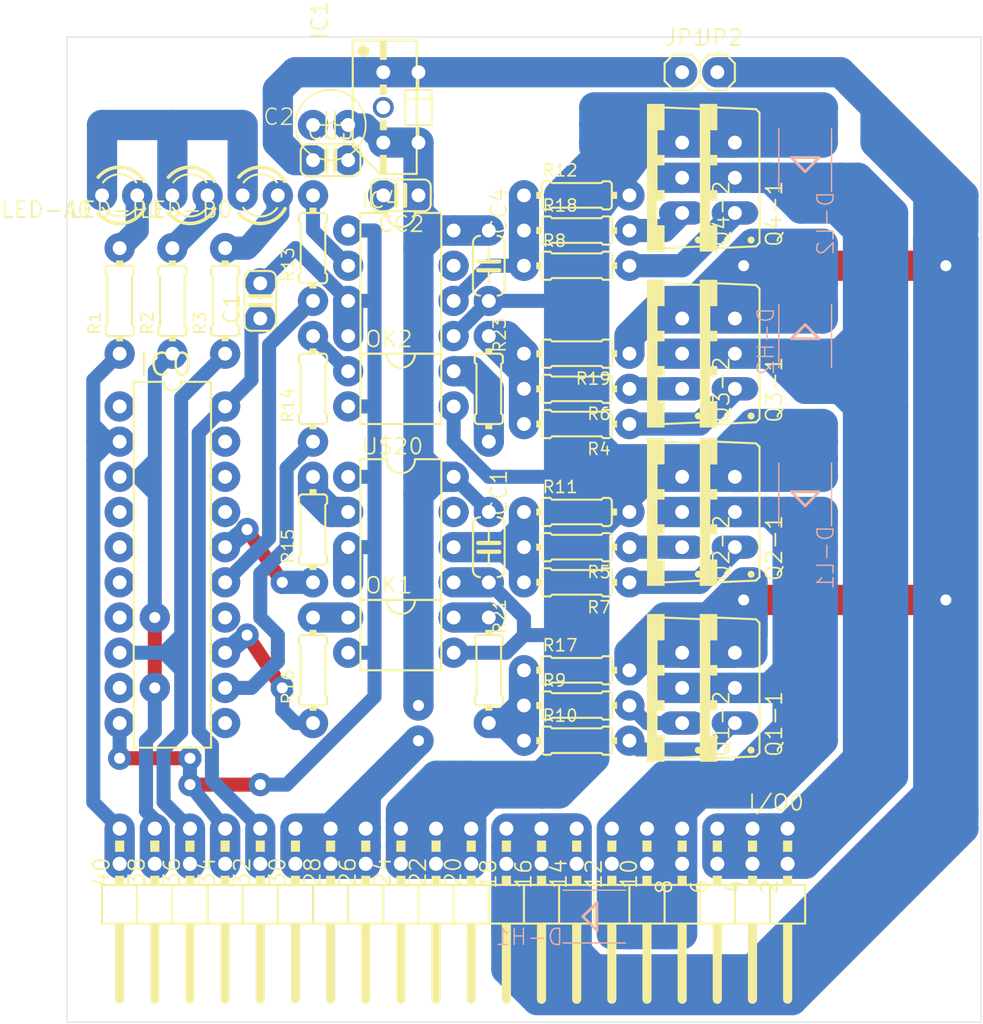
<source format=kicad_pcb>
(kicad_pcb (version 20221018) (generator pcbnew)
  (layers (0 "F.Cu" signal) (1 "In1.Cu" signal) (2 "In2.Cu" signal) (3 "In3.Cu" signal) (4 "In4.Cu" signal) (5 "In5.Cu" signal) (6 "In6.Cu" signal) (7 "In7.Cu" signal) (8 "In8.Cu" signal) (9 "In9.Cu" signal) (10 "In10.Cu" signal) (11 "In11.Cu" signal) (12 "In12.Cu" signal) (13 "In13.Cu" signal) (14 "In14.Cu" signal) (31 "B.Cu" signal) (34 "B.Paste" user) (35 "F.Paste" user) (36 "B.SilkS" user "B.Silkscreen") (37 "F.SilkS" user "F.Silkscreen") (38 "B.Mask" user) (39 "F.Mask" user) (44 "Edge.Cuts" user))
  (net 0 "")
  (net 1 "GND")
  (net 2 "N$7")
  (net 3 "GND12")
  (net 4 "H1")
  (net 5 "H2")
  (net 6 "+5V")
  (net 7 "N$22")
  (net 8 "N$4")
  (net 9 "N$5")
  (net 10 "A-OUT")
  (net 11 "N$14")
  (net 12 "B-OUT")
  (net 13 "L2")
  (net 14 "L1")
  (net 15 "N$10")
  (net 16 "N$11")
  (net 17 "+24V")
  (net 18 "N$1")
  (net 19 "N$8")
  (net 20 "+12V")
  (net 21 "N$3")
  (net 22 "N$16")
  (net 23 "N$17")
  (net 24 "N$20")
  (net 25 "N$23")
  (net 26 "B-SIG")
  (net 27 "P-SIG")
  (net 28 "A-SIG")
  (net 29 "N$13")
  (net 30 "N$12")
  (net 31 "N$30")
  (net 32 "N$18")
  (net 33 "N$26")
  (net 34 "N$2")
  (net 35 "N$6")
  (net 36 "N$9")
  (net 37 "N$15")
  (footprint "md2014_norm_PN_04:R_0.3" (layer "F.Cu") (at 152.3111 115.1636)
    (fp_text reference "R17")
    (fp_text value "2.2k")
  )
  (footprint "md2014_norm_PN_04:TO-220V" (layer "F.Cu") (at 159.9311 116.4336 90)
    (fp_text reference "Q1-2")
    (fp_text value "IRF4905")
  )
  (footprint "md2014_norm_PN_04:R_0.3" (layer "F.Cu") (at 152.3111 92.3036 180)
    (fp_text reference "R19")
    (fp_text value "2.2k")
  )
  (footprint "md2014_norm_PN_04:MLCC_50" (layer "F.Cu") (at 145.9611 85.9536 -90)
    (fp_text reference "CC4")
    (fp_text value "0.1uF")
  )
  (footprint "md2014_norm_PN_04:R_0.3" (layer "F.Cu") (at 152.3111 97.3836 180)
    (fp_text reference "R4")
    (fp_text value "100")
  )
  (footprint "md2014_norm_PN_04:TO-220V" (layer "F.Cu") (at 163.7411 92.3036 90)
    (fp_text reference "Q3-1")
    (fp_text value "P")
  )
  (footprint "md2014_norm_PN_04:DIL20" (layer "F.Cu") (at 123.1011 108.8136)
    (fp_text reference "IC0")
    (fp_text value "ATtiny2313")
  )
  (footprint "md2014_norm_PN_04:R_0.3" (layer "F.Cu") (at 133.2611 84.6836 90)
    (fp_text reference "R13")
    (fp_text value "330")
  )
  (footprint "md2014_norm_PN_04:DIP4" (layer "F.Cu") (at 139.6111 112.6236 -90)
    (fp_text reference "OK1")
    (fp_text value "TLP621")
  )
  (footprint "md2014_norm_PN_04:TO-220V" (layer "F.Cu") (at 159.9311 103.7336 90)
    (fp_text reference "Q2-2")
    (fp_text value "N")
  )
  (footprint "md2014_norm_PN_04:R_0.3" (layer "F.Cu") (at 119.2911 88.4936 90)
    (fp_text reference "R1")
    (fp_text value "510")
  )
  (footprint "md2014_norm_PN_04:MLCC_50" (layer "F.Cu") (at 145.9611 106.2736 -90)
    (fp_text reference "CC1")
    (fp_text value "0.1uF")
  )
  (footprint "md2014_norm_PN_04:R_0.3" (layer "F.Cu") (at 152.3111 83.4136)
    (fp_text reference "R18")
    (fp_text value "100")
  )
  (footprint "md2014_norm_PN_04:78XX" (layer "F.Cu") (at 138.3411 74.5236 -90)
    (fp_text reference "IC1")
    (fp_text value "")
  )
  (footprint "md2014_norm_PN_04:R_0.3" (layer "F.Cu") (at 145.9611 115.1636 -90)
    (fp_text reference "R21")
    (fp_text value "2.2k")
  )
  (footprint "md2014_norm_PN_04:R_0.3" (layer "F.Cu") (at 133.2611 115.1636 90)
    (fp_text reference "R16")
    (fp_text value "330")
  )
  (footprint "md2014_norm_PN_04:R_0.3" (layer "F.Cu") (at 152.3111 80.8736)
    (fp_text reference "R12")
    (fp_text value "5.1k")
  )
  (footprint "md2014_norm_PN_04:R_0.3" (layer "F.Cu") (at 152.3111 85.9536)
    (fp_text reference "R8")
    (fp_text value "100")
  )
  (footprint "md2014_norm_PN_04:R_0.3" (layer "F.Cu") (at 133.2611 105.0036 90)
    (fp_text reference "R15")
    (fp_text value "330")
  )
  (footprint "md2014_norm_PN_04:R_0.3" (layer "F.Cu") (at 152.3111 103.7336)
    (fp_text reference "R11")
    (fp_text value "5.1k")
  )
  (footprint "md2014_norm_PN_04:R_0.3" (layer "F.Cu") (at 126.9111 88.4936 90)
    (fp_text reference "R3")
    (fp_text value "510")
  )
  (footprint "md2014_norm_PN_04:R_0.3" (layer "F.Cu") (at 133.2611 94.8436 90)
    (fp_text reference "R14")
    (fp_text value "330")
  )
  (footprint "md2014_norm_PN_04:MLCC_25" (layer "F.Cu") (at 129.4511 88.4936 90)
    (fp_text reference "C1")
    (fp_text value "0.1uF")
  )
  (footprint "md2014_norm_PN_04:R_0.3" (layer "F.Cu") (at 145.9611 94.8436 -90)
    (fp_text reference "R23")
    (fp_text value "2.2k")
  )
  (footprint "md2014_norm_PN_04:LED3MM" (layer "F.Cu") (at 129.4511 80.8736 180)
    (fp_text reference "LED-B0")
    (fp_text value "")
  )
  (footprint "md2014_norm_PN_04:MA20-2W" (layer "F.Cu") (at 143.4211 127.8636 180)
    (fp_text reference "I/O0")
    (fp_text value "")
  )
  (footprint "md2014_norm_PN_04:DIODE_3" (layer "F.Cu") (at 140.8811 74.5236 90)
    (fp_text reference "D1" hide)
    (fp_text value "")
  )
  (footprint "md2014_norm_PN_04:TO-220V" (layer "F.Cu") (at 163.7411 79.6036 90)
    (fp_text reference "Q4-1")
    (fp_text value "N")
  )
  (footprint "md2014_norm_PN_04:TO-220V" (layer "F.Cu") (at 163.7411 103.7336 90)
    (fp_text reference "Q2-1")
    (fp_text value "N")
  )
  (footprint "md2014_norm_PN_04:TO-220V" (layer "F.Cu") (at 159.9311 92.3036 90)
    (fp_text reference "Q3-2")
    (fp_text value "P")
  )
  (footprint "md2014_norm_PN_04:LED3MM" (layer "F.Cu") (at 124.3711 80.8736 180)
    (fp_text reference "LED-P0")
    (fp_text value "")
  )
  (footprint "md2014_norm_PN_04:MLCC_25" (layer "F.Cu") (at 139.6111 80.8736 180)
    (fp_text reference "CC2")
    (fp_text value "0.1uF")
  )
  (footprint "md2014_norm_PN_04:TO-220V" (layer "F.Cu") (at 159.9311 79.6036 90)
    (fp_text reference "Q4-2")
    (fp_text value "N")
  )
  (footprint "md2014_norm_PN_04:TO-220V" (layer "F.Cu") (at 163.7411 116.4336 90)
    (fp_text reference "Q1-1")
    (fp_text value "IRF4905")
  )
  (footprint "md2014_norm_PN_04:R_0.3" (layer "F.Cu") (at 152.3111 117.7036)
    (fp_text reference "R9")
    (fp_text value "100")
  )
  (footprint "md2014_norm_PN_04:R_0.3" (layer "F.Cu") (at 152.3111 94.8436 180)
    (fp_text reference "R6")
    (fp_text value "100")
  )
  (footprint "md2014_norm_PN_04:LED3MM" (layer "F.Cu") (at 119.2911 80.8736 180)
    (fp_text reference "LED-A0")
    (fp_text value "")
  )
  (footprint "md2014_norm_PN_04:DIP8" (layer "F.Cu") (at 139.6111 87.2236 -90)
    (fp_text reference "IC4")
    (fp_text value "TLP351")
  )
  (footprint "md2014_norm_PN_04:R_0.3" (layer "F.Cu") (at 152.3111 120.2436)
    (fp_text reference "R10")
    (fp_text value "100")
  )
  (footprint "md2014_norm_PN_04:1X01" (layer "F.Cu") (at 159.9311 71.9836)
    (fp_text reference "JP1")
    (fp_text value "")
  )
  (footprint "md2014_norm_PN_04:MLCC_25" (layer "F.Cu") (at 134.5311 78.3336)
    (fp_text reference "CC3")
    (fp_text value "0.1uF")
  )
  (footprint "md2014_norm_PN_04:1X01" (layer "F.Cu") (at 162.4711 71.9836)
    (fp_text reference "JP2")
    (fp_text value "")
  )
  (footprint "md2014_norm_PN_04:DIP8" (layer "F.Cu") (at 139.6111 105.0036 -90)
    (fp_text reference "U$20")
    (fp_text value "TLP251")
  )
  (footprint "md2014_norm_PN_04:C_1U" (layer "F.Cu") (at 134.5311 75.7936 180)
    (fp_text reference "C2")
    (fp_text value "")
  )
  (footprint "md2014_norm_PN_04:DIP4" (layer "F.Cu") (at 139.6111 94.8436 -90)
    (fp_text reference "OK2")
    (fp_text value "TLP621")
  )
  (footprint "md2014_norm_PN_04:R_0.3" (layer "F.Cu") (at 123.1011 88.4936 90)
    (fp_text reference "R2")
    (fp_text value "510")
  )
  (footprint "md2014_norm_PN_04:R_0.3" (layer "F.Cu") (at 152.3111 108.8136 180)
    (fp_text reference "R7")
    (fp_text value "100")
  )
  (footprint "md2014_norm_PN_04:R_0.3" (layer "F.Cu") (at 152.3111 106.2736 180)
    (fp_text reference "R5")
    (fp_text value "100")
  )
  (footprint "md2014_norm_PN_04:SMB" (layer "B.Cu") (at 168.8211 102.4636 90)
    (fp_text reference "D-L1")
    (fp_text value "")
  )
  (footprint "md2014_norm_PN_04:SMB" (layer "B.Cu") (at 168.8211 78.3336 90)
    (fp_text reference "D-L2")
    (fp_text value "")
  )
  (footprint "md2014_norm_PN_04:SMB" (layer "B.Cu") (at 168.8211 91.0336 -90)
    (fp_text reference "D-H2")
    (fp_text value "")
  )
  (footprint "md2014_norm_PN_04:SMB" (layer "B.Cu") (at 153.5811 132.9436)
    (fp_text reference "D-H1")
    (fp_text value "")
  )
  (gr_line (start 115.4811 69.4436) (end 181.5211 69.4436) (stroke (width 0.05)) (layer "Edge.Cuts"))
  (gr_line (start 115.4811 140.5636) (end 115.4811 69.4436) (stroke (width 0.05)) (layer "Edge.Cuts"))
  (gr_line (start 181.5211 69.4436) (end 181.5211 140.5636) (stroke (width 0.05)) (layer "Edge.Cuts"))
  (gr_line (start 181.5211 140.5636) (end 115.4811 140.5636) (stroke (width 0.05)) (layer "Edge.Cuts"))
  (segment (start 124.3711 123.4186) (end 129.4511 123.4186) (width 1.016) (layer "F.Cu") (net 1))
  (segment (start 124.3711 121.5136) (end 119.2911 121.5136) (width 1.016) (layer "F.Cu") (net 1))
  (via (at 124.3711 123.4186) (size 1.6764) (drill 0.8) (layers "F.Cu" "B.Cu") (net 1))
  (via (at 129.4511 123.4186) (size 1.6764) (drill 0.8) (layers "F.Cu" "B.Cu") (net 1))
  (via (at 124.3711 121.5136) (size 1.6764) (drill 0.8) (layers "F.Cu" "B.Cu") (net 1))
  (via (at 119.2911 121.5136) (size 1.6764) (drill 0.8) (layers "F.Cu" "B.Cu") (net 1))
  (segment (start 137.7061 106.2736) (end 137.7061 101.1936) (width 1.016) (layer "B.Cu") (net 1))
  (segment (start 123.1011 75.7936) (end 123.1011 80.8736) (width 2.1844) (layer "B.Cu") (net 1))
  (segment (start 118.0211 80.8736) (end 118.0211 75.7936) (width 2.1844) (layer "B.Cu") (net 1))
  (segment (start 126.9111 129.1336) (end 126.9111 126.5936) (width 2.1844) (layer "B.Cu") (net 1))
  (segment (start 137.7061 117.0686) (end 137.7061 113.8936) (width 1.016) (layer "B.Cu") (net 1))
  (segment (start 137.7061 88.4936) (end 135.8011 88.4936) (width 1.016) (layer "B.Cu") (net 1))
  (segment (start 128.1811 75.7936) (end 128.1811 80.8736) (width 2.1844) (layer "B.Cu") (net 1))
  (segment (start 131.9911 84.6836) (end 129.4511 87.2236) (width 1.016) (layer "B.Cu") (net 1))
  (segment (start 135.8011 106.2736) (end 135.8011 108.8136) (width 2.1844) (layer "B.Cu") (net 1))
  (segment (start 123.1011 75.7936) (end 128.1811 75.7936) (width 2.1844) (layer "B.Cu") (net 1))
  (segment (start 137.7061 113.8936) (end 135.8011 113.8936) (width 1.016) (layer "B.Cu") (net 1))
  (segment (start 137.7061 88.4936) (end 137.7061 83.4136) (width 1.016) (layer "B.Cu") (net 1))
  (segment (start 137.7061 96.1136) (end 135.8011 96.1136) (width 1.016) (layer "B.Cu") (net 1))
  (segment (start 135.8011 88.4936) (end 135.8011 91.0336) (width 2.1844) (layer "B.Cu") (net 1))
  (segment (start 119.2911 121.5136) (end 119.2911 118.9736) (width 1.016) (layer "B.Cu") (net 1))
  (segment (start 124.3711 123.4186) (end 124.3711 121.5136) (width 1.016) (layer "B.Cu") (net 1))
  (segment (start 137.7061 113.8936) (end 137.7061 106.2736) (width 1.016) (layer "B.Cu") (net 1))
  (segment (start 137.7061 101.1936) (end 137.7061 96.1136) (width 1.016) (layer "B.Cu") (net 1))
  (segment (start 135.8011 88.4936) (end 131.9911 84.6836) (width 1.016) (layer "B.Cu") (net 1))
  (segment (start 129.4511 123.4186) (end 131.3561 123.4186) (width 1.016) (layer "B.Cu") (net 1))
  (segment (start 135.8011 106.2736) (end 135.8011 108.8136) (width 2.1844) (layer "B.Cu") (net 1))
  (segment (start 137.7061 83.4136) (end 135.8011 83.4136) (width 1.016) (layer "B.Cu") (net 1))
  (segment (start 126.9111 129.1336) (end 126.9111 126.5936) (width 2.1844) (layer "B.Cu") (net 1))
  (segment (start 137.7061 101.1936) (end 135.8011 101.1936) (width 1.016) (layer "B.Cu") (net 1))
  (segment (start 118.0211 75.7936) (end 123.1011 75.7936) (width 2.1844) (layer "B.Cu") (net 1))
  (segment (start 126.9111 126.5936) (end 124.3711 123.4186) (width 1.016) (layer "B.Cu") (net 1))
  (segment (start 137.7061 96.1136) (end 137.7061 88.4936) (width 1.016) (layer "B.Cu") (net 1))
  (segment (start 131.3561 123.4186) (end 137.7061 117.0686) (width 1.016) (layer "B.Cu") (net 1))
  (segment (start 137.7061 106.2736) (end 135.8011 106.2736) (width 1.016) (layer "B.Cu") (net 1))
  (segment (start 135.8011 85.9536) (end 133.2611 83.4136) (width 1.016) (layer "B.Cu") (net 2))
  (segment (start 133.2611 83.4136) (end 133.2611 80.8736) (width 1.016) (layer "B.Cu") (net 2))
  (segment (start 142.1511 129.1336) (end 144.6911 129.1336) (width 2.1844) (layer "B.Cu") (net 3))
  (segment (start 147.2311 113.8936) (end 143.4211 113.8936) (width 1.016) (layer "B.Cu") (net 3))
  (segment (start 170.0911 74.5236) (end 168.8211 75.7936) (width 2.1844) (layer "B.Cu") (net 3))
  (segment (start 139.6111 129.1336) (end 142.1511 129.1336) (width 2.1844) (layer "B.Cu") (net 3))
  (segment (start 151.0411 112.6236) (end 148.5011 112.6236) (width 1.016) (layer "B.Cu") (net 3))
  (segment (start 142.1511 129.1336) (end 143.4211 129.1336) (width 2.1844) (layer "B.Cu") (net 3))
  (segment (start 153.5811 74.5236) (end 154.8511 74.5236) (width 2.1844) (layer "B.Cu") (net 3))
  (segment (start 153.5811 77.3811) (end 153.8986 75.7936) (width 2.1844) (layer "B.Cu") (net 3))
  (segment (start 144.6911 126.5936) (end 144.6911 125.3236) (width 2.1844) (layer "B.Cu") (net 3))
  (segment (start 163.7411 98.6536) (end 168.8211 98.6536) (width 2.1844) (layer "B.Cu") (net 3))
  (segment (start 165.0111 97.3836) (end 170.0911 97.3836) (width 2.1844) (layer "B.Cu") (net 3))
  (segment (start 153.5811 98.6536) (end 153.5811 82.1436) (width 2.1844) (layer "B.Cu") (net 3))
  (segment (start 151.0411 112.6236) (end 151.0411 101.1936) (width 2.1844) (layer "B.Cu") (net 3))
  (segment (start 170.0911 98.6536) (end 170.0911 97.3836) (width 2.1844) (layer "B.Cu") (net 3))
  (segment (start 144.6911 122.7836) (end 149.7711 122.7836) (width 2.1844) (layer "B.Cu") (net 3))
  (segment (start 159.9311 77.0636) (end 163.7411 77.0636) (width 2.1844) (layer "B.Cu") (net 3))
  (segment (start 151.6761 80.2386) (end 153.5811 78.3336) (width 2.1844) (layer "B.Cu") (net 3))
  (segment (start 151.0411 80.8736) (end 151.6761 80.2386) (width 2.1844) (layer "B.Cu") (net 3))
  (segment (start 149.7711 122.7836) (end 151.0411 121.5136) (width 2.1844) (layer "B.Cu") (net 3))
  (segment (start 144.6911 124.0536) (end 145.9611 124.0536) (width 2.1844) (layer "B.Cu") (net 3))
  (segment (start 159.9311 77.0636) (end 163.7411 77.0636) (width 2.1844) (layer "B.Cu") (net 3))
  (segment (start 156.1211 77.0636) (end 153.5811 80.8736) (width 2.1844) (layer "B.Cu") (net 3))
  (segment (start 153.5811 103.7336) (end 153.5811 98.6536) (width 2.1844) (layer "B.Cu") (net 3))
  (segment (start 151.0411 121.5136) (end 151.0411 112.6236) (width 2.1844) (layer "B.Cu") (net 3))
  (segment (start 162.4711 99.9236) (end 163.7411 99.9236) (width 2.1844) (layer "B.Cu") (net 3))
  (segment (start 144.6911 127.8636) (end 144.6911 129.1336) (width 2.1844) (layer "B.Cu") (net 3))
  (segment (start 143.4211 129.1336) (end 143.4211 122.7836) (width 2.1844) (layer "B.Cu") (net 3))
  (segment (start 153.8986 75.7936) (end 153.5811 75.7936) (width 2.1844) (layer "B.Cu") (net 3))
  (segment (start 149.7711 124.0536) (end 151.0411 124.0536) (width 2.1844) (layer "B.Cu") (net 3))
  (segment (start 156.1211 101.1936) (end 153.5811 103.7336) (width 2.1844) (layer "B.Cu") (net 3))
  (segment (start 153.5811 82.1436) (end 157.3911 77.0636) (width 2.1844) (layer "B.Cu") (net 3))
  (segment (start 153.5811 121.5136) (end 153.5811 105.0036) (width 2.1844) (layer "B.Cu") (net 3))
  (segment (start 145.9611 124.0536) (end 149.7711 124.0536) (width 2.1844) (layer "B.Cu") (net 3))
  (segment (start 151.0411 101.1936) (end 145.9611 101.1936) (width 1.016) (layer "B.Cu") (net 3))
  (segment (start 170.0911 74.5236) (end 153.8986 75.7936) (width 2.1844) (layer "B.Cu") (net 3))
  (segment (start 152.3111 121.5136) (end 152.3111 101.1936) (width 2.1844) (layer "B.Cu") (net 3))
  (segment (start 144.6911 126.5936) (end 144.6911 124.0536) (width 2.1844) (layer "B.Cu") (net 3))
  (segment (start 153.5811 105.0036) (end 153.5811 103.7336) (width 2.1844) (layer "B.Cu") (net 3))
  (segment (start 170.0911 75.7936) (end 170.0911 74.5236) (width 2.1844) (layer "B.Cu") (net 3))
  (segment (start 139.6111 129.1336) (end 142.1511 129.1336) (width 2.1844) (layer "B.Cu") (net 3))
  (segment (start 142.1511 122.7836) (end 144.6911 122.7836) (width 2.1844) (layer "B.Cu") (net 3))
  (segment (start 170.0911 99.9236) (end 170.0911 98.6536) (width 2.1844) (layer "B.Cu") (net 3))
  (segment (start 139.6111 126.5936) (end 142.1511 126.5936) (width 2.1844) (layer "B.Cu") (net 3))
  (segment (start 152.3111 80.8736) (end 151.6761 80.2386) (width 2.1844) (layer "B.Cu") (net 3))
  (segment (start 145.9611 108.8136) (end 143.4211 108.8136) (width 2.1844) (layer "B.Cu") (net 3))
  (segment (start 153.5811 78.3336) (end 156.1211 77.0636) (width 2.1844) (layer "B.Cu") (net 3))
  (segment (start 142.1511 126.5936) (end 142.1511 124.0536) (width 2.1844) (layer "B.Cu") (net 3))
  (segment (start 152.3111 101.1936) (end 152.3111 80.8736) (width 2.1844) (layer "B.Cu") (net 3))
  (segment (start 144.6911 127.8636) (end 144.6911 126.5936) (width 2.1844) (layer "B.Cu") (net 3))
  (segment (start 157.3911 101.1936) (end 156.1211 101.1936) (width 2.1844) (layer "B.Cu") (net 3))
  (segment (start 170.0911 77.0636) (end 170.0911 75.7936) (width 2.1844) (layer "B.Cu") (net 3))
  (segment (start 170.0911 98.6536) (end 168.8211 98.6536) (width 2.1844) (layer "B.Cu") (net 3))
  (segment (start 157.3911 101.1936) (end 159.9311 101.1936) (width 2.1844) (layer "B.Cu") (net 3))
  (segment (start 139.6111 126.5936) (end 139.6111 125.9586) (width 2.1844) (layer "B.Cu") (net 3))
  (segment (start 170.0911 75.7936) (end 153.5811 77.0636) (width 2.1844) (layer "B.Cu") (net 3))
  (segment (start 168.8211 98.6536) (end 168.8211 100.2636) (width 2.1844) (layer "B.Cu") (net 3))
  (segment (start 163.7411 101.1936) (end 165.0111 101.1936) (width 2.1844) (layer "B.Cu") (net 3))
  (segment (start 151.0411 124.0536) (end 153.5811 121.5136) (width 2.1844) (layer "B.Cu") (net 3))
  (segment (start 149.7711 124.0536) (end 152.3111 121.5136) (width 2.1844) (layer "B.Cu") (net 3))
  (segment (start 151.0411 101.1936) (end 151.0411 88.4936) (width 2.1844) (layer "B.Cu") (net 3))
  (segment (start 139.6111 129.1336) (end 139.6111 127.8636) (width 2.1844) (layer "B.Cu") (net 3))
  (segment (start 162.4711 99.9236) (end 170.0911 99.9236) (width 2.1844) (layer "B.Cu") (net 3))
  (segment (start 163.7411 77.0636) (end 170.0911 77.0636) (width 2.1844) (layer "B.Cu") (net 3))
  (segment (start 139.6111 125.9586) (end 139.6111 125.3236) (width 2.1844) (layer "B.Cu") (net 3))
  (segment (start 139.6111 127.8636) (end 144.6911 127.8636) (width 2.1844) (layer "B.Cu") (net 3))
  (segment (start 157.3911 77.0636) (end 159.9311 77.0636) (width 2.1844) (layer "B.Cu") (net 3))
  (segment (start 170.0911 74.5236) (end 154.8511 74.5236) (width 2.1844) (layer "B.Cu") (net 3))
  (segment (start 163.7411 101.1936) (end 170.0911 101.1936) (width 2.1844) (layer "B.Cu") (net 3))
  (segment (start 163.7411 98.6536) (end 165.0111 97.3836) (width 2.1844) (layer "B.Cu") (net 3))
  (segment (start 153.5811 98.6536) (end 154.8511 99.9236) (width 2.1844) (layer "B.Cu") (net 3))
  (segment (start 142.1511 129.1336) (end 142.1511 126.5936) (width 0.4064) (layer "B.Cu") (net 3))
  (segment (start 159.9311 101.1936) (end 163.7411 101.1936) (width 2.1844) (layer "B.Cu") (net 3))
  (segment (start 152.3111 101.1936) (end 157.3911 101.1936) (width 2.1844) (layer "B.Cu") (net 3))
  (segment (start 168.8211 75.7936) (end 168.8211 76.1336) (width 2.1844) (layer "B.Cu") (net 3))
  (segment (start 148.5011 111.3536) (end 145.9611 108.8136) (width 1.016) (layer "B.Cu") (net 3))
  (segment (start 143.4211 122.7836) (end 144.6911 122.7836) (width 2.1844) (layer "B.Cu") (net 3))
  (segment (start 148.5011 112.6236) (end 147.2311 113.8936) (width 1.016) (layer "B.Cu") (net 3))
  (segment (start 162.4711 99.9236) (end 163.7411 98.6536) (width 2.1844) (layer "B.Cu") (net 3))
  (segment (start 153.5811 77.0636) (end 153.5811 77.3811) (width 2.1844) (layer "B.Cu") (net 3))
  (segment (start 170.0911 101.1936) (end 170.0911 99.9236) (width 2.1844) (layer "B.Cu") (net 3))
  (segment (start 142.1511 126.5936) (end 144.6911 126.5936) (width 2.1844) (layer "B.Cu") (net 3))
  (segment (start 145.9611 101.1936) (end 143.4211 98.6536) (width 1.016) (layer "B.Cu") (net 3))
  (segment (start 143.4211 122.7836) (end 142.1511 122.7836) (width 2.1844) (layer "B.Cu") (net 3))
  (segment (start 143.4211 129.1336) (end 144.6911 129.1336) (width 2.1844) (layer "B.Cu") (net 3))
  (segment (start 142.1511 124.0536) (end 144.6911 124.0536) (width 2.1844) (layer "B.Cu") (net 3))
  (segment (start 145.9611 88.4936) (end 143.4211 91.0336) (width 1.016) (layer "B.Cu") (net 3))
  (segment (start 144.6911 125.3236) (end 145.9611 124.0536) (width 2.1844) (layer "B.Cu") (net 3))
  (segment (start 139.6111 125.9586) (end 142.1511 122.7836) (width 2.1844) (layer "B.Cu") (net 3))
  (segment (start 154.8511 74.5236) (end 153.5811 75.7936) (width 2.1844) (layer "B.Cu") (net 3))
  (segment (start 151.0411 88.4936) (end 145.9611 88.4936) (width 1.016) (layer "B.Cu") (net 3))
  (segment (start 154.8511 99.9236) (end 162.4711 99.9236) (width 2.1844) (layer "B.Cu") (net 3))
  (segment (start 153.5811 82.1436) (end 153.5811 80.8736) (width 2.1844) (layer "B.Cu") (net 3))
  (segment (start 156.1211 77.0636) (end 157.3911 77.0636) (width 2.1844) (layer "B.Cu") (net 3))
  (segment (start 153.5811 77.0636) (end 153.5811 74.5236) (width 2.1844) (layer "B.Cu") (net 3))
  (segment (start 153.5811 105.0036) (end 157.3911 101.1936) (width 2.1844) (layer "B.Cu") (net 3))
  (segment (start 148.5011 112.6236) (end 148.5011 111.3536) (width 1.016) (layer "B.Cu") (net 3))
  (segment (start 142.1511 122.7836) (end 139.6111 125.3236) (width 2.1844) (layer "B.Cu") (net 3))
  (segment (start 151.0411 88.4936) (end 151.0411 80.8736) (width 2.1844) (layer "B.Cu") (net 3))
  (segment (start 143.4211 98.6536) (end 143.4211 96.1136) (width 1.016) (layer "B.Cu") (net 3))
  (segment (start 165.0111 101.1936) (end 163.7411 99.9236) (width 2.1844) (layer "B.Cu") (net 3))
  (segment (start 139.6111 127.8636) (end 139.6111 126.5936) (width 2.1844) (layer "B.Cu") (net 3))
  (segment (start 128.4986 112.6236) (end 131.0386 116.4336) (width 1.016) (layer "F.Cu") (net 4))
  (via (at 131.0386 116.4336) (size 1.6764) (drill 0.8) (layers "F.Cu" "B.Cu") (net 4))
  (via (at 128.4986 112.6236) (size 1.6764) (drill 0.8) (layers "F.Cu" "B.Cu") (net 4))
  (segment (start 126.9111 113.8936) (end 128.4986 112.6236) (width 1.4224) (layer "B.Cu") (net 4))
  (segment (start 131.0386 116.4336) (end 131.0386 118.0211) (width 1.016) (layer "B.Cu") (net 4))
  (segment (start 131.0386 118.0211) (end 131.9911 118.9736) (width 1.016) (layer "B.Cu") (net 4))
  (segment (start 131.9911 118.9736) (end 133.2611 118.9736) (width 1.016) (layer "B.Cu") (net 4))
  (segment (start 130.7211 112.6236) (end 129.4511 111.3536) (width 1.016) (layer "B.Cu") (net 5))
  (segment (start 131.3561 106.2736) (end 131.3561 100.5586) (width 1.016) (layer "B.Cu") (net 5))
  (segment (start 129.4511 108.1786) (end 131.3561 106.2736) (width 1.016) (layer "B.Cu") (net 5))
  (segment (start 128.8161 116.4336) (end 130.7211 114.5286) (width 1.016) (layer "B.Cu") (net 5))
  (segment (start 130.7211 114.5286) (end 130.7211 112.6236) (width 1.016) (layer "B.Cu") (net 5))
  (segment (start 129.4511 111.3536) (end 129.4511 108.1786) (width 1.016) (layer "B.Cu") (net 5))
  (segment (start 126.9111 116.4336) (end 128.8161 116.4336) (width 1.016) (layer "B.Cu") (net 5))
  (segment (start 131.3561 100.5586) (end 133.2611 98.6536) (width 1.016) (layer "B.Cu") (net 5))
  (segment (start 129.4511 126.5936) (end 125.9586 123.1011) (width 1.016) (layer "B.Cu") (net 6))
  (segment (start 125.9586 120.5611) (end 125.0061 119.6086) (width 1.016) (layer "B.Cu") (net 6))
  (segment (start 129.4511 129.1336) (end 129.4511 126.5936) (width 2.1844) (layer "B.Cu") (net 6))
  (segment (start 128.8161 94.2086) (end 128.8161 90.3986) (width 1.016) (layer "B.Cu") (net 6))
  (segment (start 126.9111 96.1136) (end 128.8161 94.2086) (width 1.016) (layer "B.Cu") (net 6))
  (segment (start 125.9586 123.1011) (end 125.9586 120.5611) (width 1.016) (layer "B.Cu") (net 6))
  (segment (start 125.0061 98.0186) (end 126.9111 96.1136) (width 1.016) (layer "B.Cu") (net 6))
  (segment (start 125.0061 119.6086) (end 125.0061 98.0186) (width 1.016) (layer "B.Cu") (net 6))
  (segment (start 128.8161 90.3986) (end 129.4511 89.7636) (width 1.016) (layer "B.Cu") (net 6))
  (segment (start 126.9111 84.6836) (end 128.4986 84.6836) (width 1.6764) (layer "B.Cu") (net 7))
  (segment (start 128.8161 84.3661) (end 130.7211 82.1436) (width 1.6764) (layer "B.Cu") (net 7))
  (segment (start 128.4986 84.6836) (end 128.8161 84.3661) (width 1.6764) (layer "B.Cu") (net 7))
  (segment (start 130.7211 82.1436) (end 130.7211 80.8736) (width 1.6764) (layer "B.Cu") (net 7))
  (segment (start 125.6411 82.1436) (end 125.6411 80.8736) (width 1.6764) (layer "B.Cu") (net 8))
  (segment (start 123.1011 84.6836) (end 125.6411 82.1436) (width 1.6764) (layer "B.Cu") (net 8))
  (segment (start 120.5611 83.4136) (end 120.5611 80.8736) (width 1.6764) (layer "B.Cu") (net 9))
  (segment (start 119.2911 84.6836) (end 120.5611 83.4136) (width 1.6764) (layer "B.Cu") (net 9))
  (segment (start 162.4711 129.1336) (end 165.0111 129.1336) (width 2.1844) (layer "B.Cu") (net 10))
  (segment (start 175.1711 82.1436) (end 172.6311 79.6036) (width 2.1844) (layer "B.Cu") (net 10))
  (segment (start 175.1711 82.1436) (end 173.9011 80.8736) (width 2.1844) (layer "B.Cu") (net 10))
  (segment (start 172.6311 82.1436) (end 172.6311 83.4136) (width 2.1844) (layer "B.Cu") (net 10))
  (segment (start 165.0111 126.5936) (end 167.5511 126.5936) (width 2.1844) (layer "B.Cu") (net 10))
  (segment (start 159.9311 79.6036) (end 158.6611 79.6036) (width 2.1844) (layer "B.Cu") (net 10))
  (segment (start 172.6311 92.3036) (end 172.6311 91.0336) (width 2.1844) (layer "B.Cu") (net 10))
  (segment (start 172.6311 79.6036) (end 171.3611 79.6036) (width 2.1844) (layer "B.Cu") (net 10))
  (segment (start 172.6311 91.0336) (end 172.6311 83.4136) (width 2.1844) (layer "B.Cu") (net 10))
  (segment (start 172.6311 83.4136) (end 171.3611 82.1436) (width 2.1844) (layer "B.Cu") (net 10))
  (segment (start 175.1711 92.3036) (end 175.1711 82.1436) (width 2.1844) (layer "B.Cu") (net 10))
  (segment (start 165.0111 126.5936) (end 162.4711 126.5936) (width 2.1844) (layer "B.Cu") (net 10))
  (segment (start 173.9011 80.8736) (end 172.6311 79.6036) (width 2.1844) (layer "B.Cu") (net 10))
  (segment (start 167.5511 127.8636) (end 167.5511 126.5936) (width 2.1844) (layer "B.Cu") (net 10))
  (segment (start 175.1711 96.1136) (end 173.9011 97.3836) (width 2.1844) (layer "B.Cu") (net 10))
  (segment (start 172.6311 93.5736) (end 171.3611 92.3036) (width 2.1844) (layer "B.Cu") (net 10))
  (segment (start 167.5511 93.5736) (end 166.2811 92.3036) (width 2.1844) (layer "B.Cu") (net 10))
  (segment (start 163.7411 79.6036) (end 159.9311 79.6036) (width 2.1844) (layer "B.Cu") (net 10))
  (segment (start 168.8211 127.8636) (end 173.9011 122.7836) (width 2.1844) (layer "B.Cu") (net 10))
  (segment (start 172.6311 93.5736) (end 172.6311 92.3036) (width 2.1844) (layer "B.Cu") (net 10))
  (segment (start 172.6311 82.1436) (end 171.3611 82.1436) (width 2.1844) (layer "B.Cu") (net 10))
  (segment (start 172.2911 80.5336) (end 168.8211 80.5336) (width 2.1844) (layer "B.Cu") (net 10))
  (segment (start 165.0111 79.6036) (end 163.7411 79.6036) (width 2.1844) (layer "B.Cu") (net 10))
  (segment (start 163.7411 92.3036) (end 159.9311 92.3036) (width 2.1844) (layer "B.Cu") (net 10))
  (segment (start 172.6311 82.1436) (end 171.3611 80.8736) (width 2.1844) (layer "B.Cu") (net 10))
  (segment (start 162.4711 126.5936) (end 167.5511 126.5936) (width 2.1844) (layer "B.Cu") (net 10))
  (segment (start 159.9311 92.3036) (end 158.6611 92.3036) (width 2.1844) (layer "B.Cu") (net 10))
  (segment (start 171.3611 80.8736) (end 167.5511 80.8736) (width 2.1844) (layer "B.Cu") (net 10))
  (segment (start 168.8211 129.1336) (end 175.1711 122.7836) (width 2.1844) (layer "B.Cu") (net 10))
  (segment (start 167.5511 129.1336) (end 167.5511 127.8636) (width 2.1844) (layer "B.Cu") (net 10))
  (segment (start 165.0111 129.1336) (end 167.5511 129.1336) (width 2.1844) (layer "B.Cu") (net 10))
  (segment (start 168.8211 94.8436) (end 167.5511 93.5736) (width 2.1844) (layer "B.Cu") (net 10))
  (segment (start 172.6311 82.1436) (end 172.6311 80.8736) (width 2.1844) (layer "B.Cu") (net 10))
  (segment (start 171.3611 82.1436) (end 171.0436 81.8261) (width 2.1844) (layer "B.Cu") (net 10))
  (segment (start 175.1711 122.7836) (end 175.1711 96.1136) (width 2.1844) (layer "B.Cu") (net 10))
  (segment (start 166.2811 92.3036) (end 163.7411 92.3036) (width 2.1844) (layer "B.Cu") (net 10))
  (segment (start 162.4711 127.8636) (end 167.5511 127.8636) (width 2.1844) (layer "B.Cu") (net 10))
  (segment (start 162.4711 127.8636) (end 162.4711 126.5936) (width 2.1844) (layer "B.Cu") (net 10))
  (segment (start 172.6311 80.8736) (end 171.3611 79.6036) (width 2.1844) (layer "B.Cu") (net 10))
  (segment (start 172.6311 96.1136) (end 171.3611 94.8436) (width 2.1844) (layer "B.Cu") (net 10))
  (segment (start 172.6311 121.5136) (end 172.6311 96.1136) (width 2.1844) (layer "B.Cu") (net 10))
  (segment (start 171.0436 81.8261) (end 168.5036 81.8261) (width 2.1844) (layer "B.Cu") (net 10))
  (segment (start 171.3611 92.3036) (end 172.6311 91.0336) (width 2.1844) (layer "B.Cu") (net 10))
  (segment (start 171.3611 79.6036) (end 165.0111 79.6036) (width 2.1844) (layer "B.Cu") (net 10))
  (segment (start 173.9011 97.3836) (end 173.9011 83.4136) (width 2.1844) (layer "B.Cu") (net 10))
  (segment (start 173.9011 122.7836) (end 173.9011 99.9236) (width 2.1844) (layer "B.Cu") (net 10))
  (segment (start 175.1711 92.3036) (end 168.8211 93.2336) (width 2.1844) (layer "B.Cu") (net 10))
  (segment (start 167.5511 129.1336) (end 168.8211 129.1336) (width 2.1844) (layer "B.Cu") (net 10))
  (segment (start 172.6311 80.8736) (end 172.2911 80.5336) (width 2.1844) (layer "B.Cu") (net 10))
  (segment (start 165.0111 129.1336) (end 165.0111 126.5936) (width 2.1844) (layer "B.Cu") (net 10))
  (segment (start 167.5511 80.8736) (end 168.5036 81.8261) (width 2.1844) (layer "B.Cu") (net 10))
  (segment (start 173.9011 83.4136) (end 172.6311 82.1436) (width 2.1844) (layer "B.Cu") (net 10))
  (segment (start 167.5511 127.8636) (end 168.8211 127.8636) (width 2.1844) (layer "B.Cu") (net 10))
  (segment (start 171.3611 94.8436) (end 168.8211 94.8436) (width 2.1844) (layer "B.Cu") (net 10))
  (segment (start 165.0111 79.6036) (end 166.2811 79.6036) (width 2.1844) (layer "B.Cu") (net 10))
  (segment (start 172.6311 96.1136) (end 172.6311 93.5736) (width 2.1844) (layer "B.Cu") (net 10))
  (segment (start 167.5511 126.5936) (end 172.6311 121.5136) (width 2.1844) (layer "B.Cu") (net 10))
  (segment (start 171.3611 92.3036) (end 172.6311 92.3036) (width 2.1844) (layer "B.Cu") (net 10))
  (segment (start 173.9011 83.4136) (end 173.9011 80.8736) (width 2.1844) (layer "B.Cu") (net 10))
  (segment (start 173.9011 99.9236) (end 175.1711 96.1136) (width 2.1844) (layer "B.Cu") (net 10))
  (segment (start 165.0111 126.5936) (end 167.5511 126.5936) (width 2.1844) (layer "B.Cu") (net 10))
  (segment (start 171.3611 92.3036) (end 166.2811 92.3036) (width 2.1844) (layer "B.Cu") (net 10))
  (segment (start 172.6311 93.5736) (end 167.5511 93.5736) (width 2.1844) (layer "B.Cu") (net 10))
  (segment (start 167.5511 80.8736) (end 166.2811 79.6036) (width 2.1844) (layer "B.Cu") (net 10))
  (segment (start 165.0111 129.1336) (end 167.5511 129.1336) (width 2.1844) (layer "B.Cu") (net 10))
  (segment (start 162.4711 129.1336) (end 162.4711 127.8636) (width 2.1844) (layer "B.Cu") (net 10))
  (segment (start 175.1711 96.1136) (end 175.1711 92.3036) (width 2.1844) (layer "B.Cu") (net 10))
  (segment (start 148.5011 85.9536) (end 148.5011 83.4136) (width 2.1844) (layer "B.Cu") (net 11))
  (segment (start 145.9611 85.9536) (end 148.5011 85.9536) (width 1.016) (layer "B.Cu") (net 11))
  (segment (start 143.4211 88.4936) (end 145.9611 85.9536) (width 1.016) (layer "B.Cu") (net 11))
  (segment (start 148.5011 83.4136) (end 148.5011 80.8736) (width 2.1844) (layer "B.Cu") (net 11))
  (segment (start 166.2811 116.4336) (end 163.7411 116.4336) (width 2.1844) (layer "B.Cu") (net 12))
  (segment (start 166.2811 116.4336) (end 158.6611 116.4336) (width 2.1844) (layer "B.Cu") (net 12))
  (segment (start 159.9311 129.1336) (end 159.9311 126.5936) (width 2.1844) (layer "B.Cu") (net 12))
  (segment (start 170.0911 106.2736) (end 167.5511 103.7336) (width 2.1844) (layer "B.Cu") (net 12))
  (segment (start 154.8511 129.1336) (end 154.8511 126.5936) (width 2.1844) (layer "B.Cu") (net 12))
  (segment (start 154.8511 129.1336) (end 156.1211 129.1336) (width 2.1844) (layer "B.Cu") (net 12))
  (segment (start 166.2811 103.7336) (end 163.7411 103.7336) (width 2.1844) (layer "B.Cu") (net 12))
  (segment (start 167.5511 105.0036) (end 166.2811 103.7336) (width 2.1844) (layer "B.Cu") (net 12))
  (segment (start 164.0586 122.7836) (end 167.5511 119.2911) (width 2.1844) (layer "B.Cu") (net 12))
  (segment (start 158.6611 134.2136) (end 159.9311 134.2136) (width 2.1844) (layer "B.Cu") (net 12))
  (segment (start 158.6611 134.2136) (end 158.6611 129.1336) (width 2.1844) (layer "B.Cu") (net 12))
  (segment (start 167.5511 103.7336) (end 163.7411 103.7336) (width 2.1844) (layer "B.Cu") (net 12))
  (segment (start 164.0586 122.7836) (end 165.0111 122.7836) (width 2.1844) (layer "B.Cu") (net 12))
  (segment (start 158.6611 129.1336) (end 159.9311 129.1336) (width 2.1844) (layer "B.Cu") (net 12))
  (segment (start 154.8511 129.1336) (end 154.8511 127.8636) (width 2.1844) (layer "B.Cu") (net 12))
  (segment (start 157.3911 129.1336) (end 158.6611 129.1336) (width 2.1844) (layer "B.Cu") (net 12))
  (segment (start 167.5511 103.7336) (end 170.0911 103.7336) (width 2.1844) (layer "B.Cu") (net 12))
  (segment (start 154.8511 127.8636) (end 159.9311 127.8636) (width 2.1844) (layer "B.Cu") (net 12))
  (segment (start 156.1211 134.2136) (end 157.3911 134.2136) (width 2.1844) (layer "B.Cu") (net 12))
  (segment (start 161.2011 124.0536) (end 166.2811 124.0536) (width 2.1844) (layer "B.Cu") (net 12))
  (segment (start 168.8211 118.9736) (end 168.8211 106.2736) (width 2.1844) (layer "B.Cu") (net 12))
  (segment (start 168.8211 106.2736) (end 168.8211 104.6636) (width 2.1844) (layer "B.Cu") (net 12))
  (segment (start 157.3911 126.5936) (end 159.9311 126.5936) (width 2.1844) (layer "B.Cu") (net 12))
  (segment (start 167.5511 116.4336) (end 166.2811 116.4336) (width 2.1844) (layer "B.Cu") (net 12))
  (segment (start 159.9311 125.3236) (end 161.2011 124.0536) (width 2.1844) (layer "B.Cu") (net 12))
  (segment (start 157.3911 134.2136) (end 157.3911 129.1336) (width 2.1844) (layer "B.Cu") (net 12))
  (segment (start 165.0111 122.7836) (end 168.8211 118.9736) (width 2.1844) (layer "B.Cu") (net 12))
  (segment (start 157.3911 134.2136) (end 158.6611 134.2136) (width 2.1844) (layer "B.Cu") (net 12))
  (segment (start 154.8511 134.2136) (end 154.8511 129.1336) (width 2.1844) (layer "B.Cu") (net 12))
  (segment (start 168.8211 106.2736) (end 167.5511 105.0036) (width 2.1844) (layer "B.Cu") (net 12))
  (segment (start 162.7886 122.7836) (end 164.0586 122.7836) (width 2.1844) (layer "B.Cu") (net 12))
  (segment (start 170.0911 106.2736) (end 170.0911 103.7336) (width 2.1844) (layer "B.Cu") (net 12))
  (segment (start 163.7411 103.7336) (end 159.9311 103.7336) (width 2.1844) (layer "B.Cu") (net 12))
  (segment (start 154.8511 134.2136) (end 156.1211 134.2136) (width 2.1844) (layer "B.Cu") (net 12))
  (segment (start 156.1211 129.1336) (end 157.3911 129.1336) (width 2.1844) (layer "B.Cu") (net 12))
  (segment (start 170.0911 120.2436) (end 170.0911 106.2736) (width 2.1844) (layer "B.Cu") (net 12))
  (segment (start 159.9311 124.0536) (end 161.2011 122.7836) (width 2.1844) (layer "B.Cu") (net 12))
  (segment (start 157.3911 126.5936) (end 159.9311 126.5936) (width 2.1844) (layer "B.Cu") (net 12))
  (segment (start 154.8511 127.8636) (end 154.8511 126.5936) (width 2.1844) (layer "B.Cu") (net 12))
  (segment (start 154.8511 126.5936) (end 157.3911 126.5936) (width 2.1844) (layer "B.Cu") (net 12))
  (segment (start 159.9311 126.5936) (end 159.9311 125.3236) (width 2.1844) (layer "B.Cu") (net 12))
  (segment (start 154.8511 126.5936) (end 158.6611 122.7836) (width 2.1844) (layer "B.Cu") (net 12))
  (segment (start 167.5511 115.1636) (end 167.5511 105.0036) (width 2.1844) (layer "B.Cu") (net 12))
  (segment (start 162.7886 122.7836) (end 161.2011 122.7836) (width 2.1844) (layer "B.Cu") (net 12))
  (segment (start 156.1211 134.2136) (end 156.1211 133.2836) (width 2.1844) (layer "B.Cu") (net 12))
  (segment (start 159.9311 127.8636) (end 159.9311 126.5936) (width 2.1844) (layer "B.Cu") (net 12))
  (segment (start 163.7411 116.4336) (end 159.9311 116.4336) (width 2.1844) (layer "B.Cu") (net 12))
  (segment (start 159.9311 127.8636) (end 159.9311 129.1336) (width 2.1844) (layer "B.Cu") (net 12))
  (segment (start 167.5511 116.4336) (end 167.5511 115.1636) (width 2.1844) (layer "B.Cu") (net 12))
  (segment (start 158.6611 122.7836) (end 162.7886 122.7836) (width 2.1844) (layer "B.Cu") (net 12))
  (segment (start 157.3911 126.5936) (end 159.9311 126.5936) (width 2.1844) (layer "B.Cu") (net 12))
  (segment (start 154.8511 126.5936) (end 157.3911 126.5936) (width 2.1844) (layer "B.Cu") (net 12))
  (segment (start 156.1211 133.2836) (end 155.7811 132.9436) (width 2.1844) (layer "B.Cu") (net 12))
  (segment (start 157.3911 126.5936) (end 159.9311 124.0536) (width 2.1844) (layer "B.Cu") (net 12))
  (segment (start 166.2811 124.0536) (end 170.0911 120.2436) (width 2.1844) (layer "B.Cu") (net 12))
  (segment (start 167.5511 105.0036) (end 167.5511 103.7336) (width 2.1844) (layer "B.Cu") (net 12))
  (segment (start 159.9311 126.5936) (end 159.9311 124.0536) (width 2.1844) (layer "B.Cu") (net 12))
  (segment (start 167.5511 115.1636) (end 166.2811 116.4336) (width 2.1844) (layer "B.Cu") (net 12))
  (segment (start 156.1211 134.2136) (end 156.1211 129.1336) (width 2.1844) (layer "B.Cu") (net 12))
  (segment (start 157.3911 129.1336) (end 159.9311 129.1336) (width 2.1844) (layer "B.Cu") (net 12))
  (segment (start 157.3911 126.5936) (end 159.9311 126.5936) (width 2.1844) (layer "B.Cu") (net 12))
  (segment (start 163.7411 103.7336) (end 165.0111 103.7336) (width 2.1844) (layer "B.Cu") (net 12))
  (segment (start 163.7411 103.7336) (end 158.6611 103.7336) (width 2.1844) (layer "B.Cu") (net 12))
  (segment (start 159.9311 134.2136) (end 159.9311 129.1336) (width 2.1844) (layer "B.Cu") (net 12))
  (segment (start 167.5511 119.2911) (end 167.5511 116.4336) (width 2.1844) (layer "B.Cu") (net 12))
  (segment (start 130.0861 91.6686) (end 133.2611 88.4936) (width 1.016) (layer "B.Cu") (net 13))
  (segment (start 126.9111 108.8136) (end 130.0861 105.6386) (width 1.016) (layer "B.Cu") (net 13))
  (segment (start 130.0861 105.6386) (end 130.0861 91.6686) (width 1.016) (layer "B.Cu") (net 13))
  (segment (start 128.4986 105.0036) (end 131.0386 108.8136) (width 1.016) (layer "F.Cu") (net 14))
  (via (at 128.4986 105.0036) (size 1.6764) (drill 0.8) (layers "F.Cu" "B.Cu") (net 14))
  (via (at 131.0386 108.8136) (size 1.6764) (drill 0.8) (layers "F.Cu" "B.Cu") (net 14))
  (segment (start 131.0386 108.8136) (end 133.2611 108.8136) (width 1.6764) (layer "B.Cu") (net 14))
  (segment (start 126.9111 106.2736) (end 128.4986 105.0036) (width 1.4224) (layer "B.Cu") (net 14))
  (segment (start 156.1211 108.8136) (end 161.2011 108.8136) (width 1.6764) (layer "B.Cu") (net 15))
  (segment (start 161.2011 108.8136) (end 163.7411 106.2736) (width 1.6764) (layer "B.Cu") (net 15))
  (segment (start 156.1211 85.9536) (end 159.9311 85.9536) (width 1.6764) (layer "B.Cu") (net 16))
  (segment (start 159.9311 85.9536) (end 163.7411 82.1436) (width 1.6764) (layer "B.Cu") (net 16))
  (segment (start 178.9811 110.0836) (end 164.3761 110.0836) (width 2.1844) (layer "F.Cu") (net 17))
  (segment (start 178.9811 85.9536) (end 164.3761 85.9536) (width 2.1844) (layer "F.Cu") (net 17))
  (via (at 164.3761 85.9536) (size 2.1844) (drill 0.8) (layers "F.Cu" "B.Cu") (net 17))
  (via (at 178.9811 110.0836) (size 2.1844) (drill 0.8) (layers "F.Cu" "B.Cu") (net 17))
  (via (at 178.9811 85.9536) (size 2.1844) (drill 0.8) (layers "F.Cu" "B.Cu") (net 17))
  (via (at 164.3761 110.0836) (size 2.1844) (drill 0.8) (layers "F.Cu" "B.Cu") (net 17))
  (segment (start 157.3911 89.7636) (end 156.1211 91.0336) (width 2.1844) (layer "B.Cu") (net 17))
  (segment (start 158.6611 89.7636) (end 157.3911 89.7636) (width 2.1844) (layer "B.Cu") (net 17))
  (segment (start 164.3761 108.8136) (end 161.8361 111.3536) (width 2.1844) (layer "B.Cu") (net 17))
  (segment (start 170.0911 87.2236) (end 170.0911 89.7636) (width 2.1844) (layer "B.Cu") (net 17))
  (segment (start 178.9811 79.6036) (end 178.9811 83.4136) (width 2.1844) (layer "B.Cu") (net 17))
  (segment (start 173.9011 77.0636) (end 173.9011 74.5236) (width 2.1844) (layer "B.Cu") (net 17))
  (segment (start 165.0111 111.9886) (end 164.6936 112.3061) (width 2.1844) (layer "B.Cu") (net 17))
  (segment (start 147.2311 136.7536) (end 149.4536 138.9761) (width 2.1844) (layer "B.Cu") (net 17))
  (segment (start 164.3761 85.9536) (end 161.8361 88.4936) (width 2.1844) (layer "B.Cu") (net 17))
  (segment (start 158.6611 111.3536) (end 159.9311 111.3536) (width 2.1844) (layer "B.Cu") (net 17))
  (segment (start 163.7411 113.8936) (end 159.9311 113.8936) (width 2.1844) (layer "B.Cu") (net 17))
  (segment (start 180.2511 84.0486) (end 177.7111 84.0486) (width 2.1844) (layer "B.Cu") (net 17))
  (segment (start 161.8361 88.4936) (end 159.9311 88.4936) (width 2.1844) (layer "B.Cu") (net 17))
  (segment (start 177.7111 84.6836) (end 177.7111 124.0536) (width 2.1844) (layer "B.Cu") (net 17))
  (segment (start 167.8686 138.9761) (end 167.5511 138.0236) (width 2.1844) (layer "B.Cu") (net 17))
  (segment (start 151.0411 129.1336) (end 152.3111 129.1336) (width 2.1844) (layer "B.Cu") (net 17))
  (segment (start 165.0111 111.0361) (end 165.0111 112.6236) (width 2.1844) (layer "B.Cu") (net 17))
  (segment (start 170.0911 86.2711) (end 170.0911 87.2236) (width 2.1844) (layer "B.Cu") (net 17))
  (segment (start 149.7711 134.2136) (end 151.0411 134.2136) (width 2.1844) (layer "B.Cu") (net 17))
  (segment (start 167.5511 138.0236) (end 180.2511 125.3236) (width 2.1844) (layer "B.Cu") (net 17))
  (segment (start 147.2311 136.7536) (end 147.2311 133.5786) (width 2.1844) (layer "B.Cu") (net 17))
  (segment (start 177.7111 84.0486) (end 177.7111 84.6836) (width 2.1844) (layer "B.Cu") (net 17))
  (segment (start 170.0911 89.7636) (end 163.7411 89.7636) (width 2.1844) (layer "B.Cu") (net 17))
  (segment (start 147.2311 129.1336) (end 147.2311 127.8636) (width 2.1844) (layer "B.Cu") (net 17))
  (segment (start 163.7411 111.3536) (end 162.4711 111.3536) (width 2.1844) (layer "B.Cu") (net 17))
  (segment (start 165.0111 111.0361) (end 165.0111 111.9886) (width 2.1844) (layer "B.Cu") (net 17))
  (segment (start 173.9011 74.5236) (end 178.9811 79.6036) (width 2.1844) (layer "B.Cu") (net 17))
  (segment (start 165.0111 111.0361) (end 165.0111 112.3061) (width 2.1844) (layer "B.Cu") (net 17))
  (segment (start 180.2511 126.5936) (end 180.2511 125.3236) (width 2.1844) (layer "B.Cu") (net 17))
  (segment (start 156.1211 113.8936) (end 156.1211 115.1636) (width 2.1844) (layer "B.Cu") (net 17))
  (segment (start 158.6611 88.4936) (end 157.3911 89.7636) (width 2.1844) (layer "B.Cu") (net 17))
  (segment (start 147.2311 133.5786) (end 147.2311 129.1336) (width 2.1844) (layer "B.Cu") (net 17))
  (segment (start 147.2311 129.1336) (end 148.5011 129.1336) (width 2.1844) (layer "B.Cu") (net 17))
  (segment (start 164.6936 112.3061) (end 163.7411 111.3536) (width 2.1844) (layer "B.Cu") (net 17))
  (segment (start 149.7711 126.5936) (end 152.3111 126.5936) (width 2.1844) (layer "B.Cu") (net 17))
  (segment (start 147.2311 134.2136) (end 148.5011 134.2136) (width 2.1844) (layer "B.Cu") (net 17))
  (segment (start 159.9311 88.4936) (end 160.8836 88.4936) (width 2.1844) (layer "B.Cu") (net 17))
  (segment (start 149.7711 126.5936) (end 152.3111 126.5936) (width 2.1844) (layer "B.Cu") (net 17))
  (segment (start 159.9311 89.7636) (end 163.7411 89.7636) (width 2.1844) (layer "B.Cu") (net 17))
  (segment (start 165.0111 112.6236) (end 157.3911 112.6236) (width 2.1844) (layer "B.Cu") (net 17))
  (segment (start 177.7111 84.6836) (end 177.7111 80.8736) (width 2.1844) (layer "B.Cu") (net 17))
  (segment (start 180.2511 80.8736) (end 180.2511 83.4136) (width 2.1844) (layer "B.Cu") (net 17))
  (segment (start 147.2311 133.5786) (end 147.2311 134.2136) (width 2.1844) (layer "B.Cu") (net 17))
  (segment (start 170.0911 88.8111) (end 168.8211 88.8336) (width 2.1844) (layer "B.Cu") (net 17))
  (segment (start 165.0111 110.0836) (end 165.0111 111.0361) (width 2.1844) (layer "B.Cu") (net 17))
  (segment (start 147.2311 127.8636) (end 152.3111 127.8636) (width 2.1844) (layer "B.Cu") (net 17))
  (segment (start 152.3111 127.8636) (end 152.3111 129.1336) (width 2.1844) (layer "B.Cu") (net 17))
  (segment (start 170.0911 84.3661) (end 165.0111 84.3661) (width 2.1844) (layer "B.Cu") (net 17))
  (segment (start 159.9311 88.4936) (end 158.6611 89.7636) (width 2.1844) (layer "B.Cu") (net 17))
  (segment (start 149.7711 126.5936) (end 147.2311 126.5936) (width 2.1844) (layer "B.Cu") (net 17))
  (segment (start 147.2311 129.1336) (end 149.7711 129.1336) (width 2.1844) (layer "B.Cu") (net 17))
  (segment (start 164.3761 85.9536) (end 170.0911 85.9536) (width 2.1844) (layer "B.Cu") (net 17))
  (segment (start 151.0411 129.1336) (end 151.0411 134.2136) (width 2.1844) (layer "B.Cu") (net 17))
  (segment (start 152.3111 134.2136) (end 152.3111 135.4836) (width 2.1844) (layer "B.Cu") (net 17))
  (segment (start 178.9811 79.6036) (end 180.2511 80.8736) (width 2.1844) (layer "B.Cu") (net 17))
  (segment (start 160.8836 88.4936) (end 165.0111 84.3661) (width 2.1844) (layer "B.Cu") (net 17))
  (segment (start 158.6611 89.7636) (end 159.9311 89.7636) (width 2.1844) (layer "B.Cu") (net 17))
  (segment (start 165.0111 112.6236) (end 163.7411 113.8936) (width 2.1844) (layer "B.Cu") (net 17))
  (segment (start 157.3911 113.8936) (end 156.1211 115.1636) (width 2.1844) (layer "B.Cu") (net 17))
  (segment (start 149.7711 134.2136) (end 149.7711 136.7536) (width 2.1844) (layer "B.Cu") (net 17))
  (segment (start 148.5011 134.2136) (end 149.7711 134.2136) (width 2.1844) (layer "B.Cu") (net 17))
  (segment (start 167.5511 138.0236) (end 151.0411 138.0236) (width 2.1844) (layer "B.Cu") (net 17))
  (segment (start 177.7111 80.8736) (end 173.9011 77.0636) (width 2.1844) (layer "B.Cu") (net 17))
  (segment (start 156.1211 91.0336) (end 156.1211 92.3036) (width 2.1844) (layer "B.Cu") (net 17))
  (segment (start 178.9811 110.0836) (end 178.9811 85.9536) (width 2.1844) (layer "B.Cu") (net 17))
  (segment (start 152.3111 129.1336) (end 152.3111 134.2136) (width 2.1844) (layer "B.Cu") (net 17))
  (segment (start 170.0911 88.4936) (end 170.0911 88.8111) (width 2.1844) (layer "B.Cu") (net 17))
  (segment (start 170.0911 86.2711) (end 170.0911 84.3661) (width 2.1844) (layer "B.Cu") (net 17))
  (segment (start 152.3111 127.8636) (end 152.3111 126.5936) (width 2.1844) (layer "B.Cu") (net 17))
  (segment (start 159.9311 88.4936) (end 158.6611 88.4936) (width 2.1844) (layer "B.Cu") (net 17))
  (segment (start 148.5011 135.4836) (end 149.7711 136.7536) (width 2.1844) (layer "B.Cu") (net 17))
  (segment (start 151.0411 133.2836) (end 151.3811 132.9436) (width 2.1844) (layer "B.Cu") (net 17))
  (segment (start 165.0111 112.6236) (end 165.0111 113.8936) (width 2.1844) (layer "B.Cu") (net 17))
  (segment (start 158.6611 111.3536) (end 161.8361 111.3536) (width 2.1844) (layer "B.Cu") (net 17))
  (segment (start 173.9011 74.5236) (end 171.3611 71.9836) (width 2.1844) (layer "B.Cu") (net 17))
  (segment (start 157.3911 112.6236) (end 158.6611 111.3536) (width 2.1844) (layer "B.Cu") (net 17))
  (segment (start 158.6611 112.6236) (end 159.9311 111.3536) (width 2.1844) (layer "B.Cu") (net 17))
  (segment (start 151.0411 134.2136) (end 152.3111 134.2136) (width 2.1844) (layer "B.Cu") (net 17))
  (segment (start 149.7711 129.1336) (end 151.0411 129.1336) (width 2.1844) (layer "B.Cu") (net 17))
  (segment (start 170.0911 88.8111) (end 170.0911 89.7636) (width 2.1844) (layer "B.Cu") (net 17))
  (segment (start 147.2311 127.8636) (end 147.2311 126.5936) (width 2.1844) (layer "B.Cu") (net 17))
  (segment (start 165.0111 113.8936) (end 157.3911 113.8936) (width 2.1844) (layer "B.Cu") (net 17))
  (segment (start 180.2511 125.3236) (end 180.2511 84.0486) (width 2.1844) (layer "B.Cu") (net 17))
  (segment (start 149.7711 129.1336) (end 149.7711 134.2136) (width 2.1844) (layer "B.Cu") (net 17))
  (segment (start 149.7711 129.1336) (end 149.7711 126.5936) (width 2.1844) (layer "B.Cu") (net 17))
  (segment (start 148.5011 129.1336) (end 149.7711 129.1336) (width 2.1844) (layer "B.Cu") (net 17))
  (segment (start 164.3761 110.0836) (end 165.0111 110.0836) (width 2.1844) (layer "B.Cu") (net 17))
  (segment (start 167.8686 138.9761) (end 180.2511 126.5936) (width 2.1844) (layer "B.Cu") (net 17))
  (segment (start 149.7711 126.5936) (end 152.3111 126.5936) (width 2.1844) (layer "B.Cu") (net 17))
  (segment (start 157.3911 112.6236) (end 156.1211 113.8936) (width 2.1844) (layer "B.Cu") (net 17))
  (segment (start 165.0111 112.6236) (end 164.6936 112.3061) (width 2.1844) (layer "B.Cu") (net 17))
  (segment (start 149.7711 126.5936) (end 152.3111 126.5936) (width 2.1844) (layer "B.Cu") (net 17))
  (segment (start 163.7411 113.8936) (end 159.9311 113.8936) (width 2.1844) (layer "B.Cu") (net 17))
  (segment (start 161.8361 88.4936) (end 170.0911 88.4936) (width 2.1844) (layer "B.Cu") (net 17))
  (segment (start 171.3611 71.9836) (end 162.4711 71.9836) (width 2.1844) (layer "B.Cu") (net 17))
  (segment (start 149.4536 138.9761) (end 167.8686 138.9761) (width 2.1844) (layer "B.Cu") (net 17))
  (segment (start 162.4711 111.3536) (end 159.9311 111.3536) (width 2.1844) (layer "B.Cu") (net 17))
  (segment (start 165.0111 108.8136) (end 164.3761 108.8136) (width 2.1844) (layer "B.Cu") (net 17))
  (segment (start 151.0411 135.4836) (end 152.3111 136.7536) (width 2.1844) (layer "B.Cu") (net 17))
  (segment (start 153.5811 136.7536) (end 165.0111 136.7536) (width 2.1844) (layer "B.Cu") (net 17))
  (segment (start 151.0411 134.2136) (end 151.0411 133.2836) (width 2.1844) (layer "B.Cu") (net 17))
  (segment (start 157.3911 112.6236) (end 158.6611 112.6236) (width 2.1844) (layer "B.Cu") (net 17))
  (segment (start 151.0411 134.2136) (end 151.0411 135.4836) (width 2.1844) (layer "B.Cu") (net 17))
  (segment (start 166.2811 136.7536) (end 178.9811 124.0536) (width 2.1844) (layer "B.Cu") (net 17))
  (segment (start 178.9811 124.0536) (end 178.9811 110.0836) (width 2.1844) (layer "B.Cu") (net 17))
  (segment (start 165.0111 112.6236) (end 165.0111 108.8136) (width 2.1844) (layer "B.Cu") (net 17))
  (segment (start 158.6611 111.3536) (end 162.4711 111.3536) (width 2.1844) (layer "B.Cu") (net 17))
  (segment (start 158.6611 112.6236) (end 159.9311 113.8936) (width 2.1844) (layer "B.Cu") (net 17))
  (segment (start 152.3111 135.4836) (end 153.5811 136.7536) (width 2.1844) (layer "B.Cu") (net 17))
  (segment (start 165.0111 136.7536) (end 166.2811 136.7536) (width 2.1844) (layer "B.Cu") (net 17))
  (segment (start 148.5011 129.1336) (end 148.5011 134.2136) (width 2.1844) (layer "B.Cu") (net 17))
  (segment (start 151.0411 138.0236) (end 149.7711 136.7536) (width 2.1844) (layer "B.Cu") (net 17))
  (segment (start 148.5011 134.2136) (end 148.5011 135.4836) (width 2.1844) (layer "B.Cu") (net 17))
  (segment (start 170.0911 85.9536) (end 170.0911 86.2711) (width 2.1844) (layer "B.Cu") (net 17))
  (segment (start 177.7111 124.0536) (end 165.0111 136.7536) (width 2.1844) (layer "B.Cu") (net 17))
  (segment (start 170.0911 87.2236) (end 162.4711 87.2236) (width 2.1844) (layer "B.Cu") (net 17))
  (segment (start 168.8211 88.8336) (end 165.0111 88.8111) (width 2.1844) (layer "B.Cu") (net 17))
  (segment (start 156.1211 106.2736) (end 159.9311 106.2736) (width 1.6764) (layer "B.Cu") (net 18))
  (segment (start 158.6611 83.4136) (end 159.9311 82.1436) (width 1.6764) (layer "B.Cu") (net 19))
  (segment (start 156.1211 83.4136) (end 158.6611 83.4136) (width 1.6764) (layer "B.Cu") (net 19))
  (via (at 140.8811 117.7036) (size 2.1844) (drill 0.8) (layers "F.Cu" "B.Cu") (net 20))
  (segment (start 140.8811 99.9236) (end 140.8811 84.6836) (width 2.1844) (layer "B.Cu") (net 20))
  (segment (start 137.0711 75.7936) (end 135.8011 75.7936) (width 1.6764) (layer "B.Cu") (net 20))
  (segment (start 140.8811 82.1436) (end 140.8811 80.8736) (width 2.1844) (layer "B.Cu") (net 20))
  (segment (start 142.1511 83.4136) (end 143.4211 83.4136) (width 2.1844) (layer "B.Cu") (net 20))
  (segment (start 143.4211 83.4136) (end 145.9611 83.4136) (width 2.1844) (layer "B.Cu") (net 20))
  (segment (start 143.4211 101.1936) (end 145.9611 103.7336) (width 1.016) (layer "B.Cu") (net 20))
  (segment (start 140.8811 83.4136) (end 140.8811 82.1436) (width 2.1844) (layer "B.Cu") (net 20))
  (segment (start 140.8811 117.7036) (end 140.8811 102.4636) (width 2.1844) (layer "B.Cu") (net 20))
  (segment (start 142.1511 101.1936) (end 143.4211 101.1936) (width 2.1844) (layer "B.Cu") (net 20))
  (segment (start 140.8811 102.4636) (end 142.1511 101.1936) (width 2.1844) (layer "B.Cu") (net 20))
  (segment (start 140.8811 80.8736) (end 140.8811 77.0636) (width 2.1844) (layer "B.Cu") (net 20))
  (segment (start 142.1511 83.4136) (end 140.8811 82.1436) (width 2.1844) (layer "B.Cu") (net 20))
  (segment (start 138.3411 77.0636) (end 137.0711 75.7936) (width 1.6764) (layer "B.Cu") (net 20))
  (segment (start 140.8811 77.0636) (end 138.3411 77.0636) (width 2.1844) (layer "B.Cu") (net 20))
  (segment (start 140.8811 84.6836) (end 140.8811 83.4136) (width 2.1844) (layer "B.Cu") (net 20))
  (segment (start 140.8811 102.4636) (end 140.8811 101.1936) (width 2.1844) (layer "B.Cu") (net 20))
  (segment (start 142.1511 101.1936) (end 140.8811 99.9236) (width 2.1844) (layer "B.Cu") (net 20))
  (segment (start 140.8811 83.4136) (end 143.4211 83.4136) (width 2.1844) (layer "B.Cu") (net 20))
  (segment (start 143.4211 83.4136) (end 145.9611 83.4136) (width 2.1844) (layer "B.Cu") (net 20))
  (segment (start 140.8811 101.1936) (end 140.8811 99.9236) (width 2.1844) (layer "B.Cu") (net 20))
  (segment (start 140.8811 101.1936) (end 143.4211 101.1936) (width 2.1844) (layer "B.Cu") (net 20))
  (segment (start 140.8811 84.6836) (end 142.1511 83.4136) (width 2.1844) (layer "B.Cu") (net 20))
  (segment (start 156.7561 120.8786) (end 156.1211 120.2436) (width 1.016) (layer "B.Cu") (net 21))
  (segment (start 161.8361 120.8786) (end 163.7411 118.9736) (width 1.016) (layer "B.Cu") (net 21))
  (segment (start 156.7561 120.8786) (end 161.8361 120.8786) (width 1.016) (layer "B.Cu") (net 21))
  (segment (start 148.5011 94.8436) (end 148.5011 93.5736) (width 2.1844) (layer "B.Cu") (net 22))
  (segment (start 148.5011 93.5736) (end 148.5011 92.3036) (width 2.1844) (layer "B.Cu") (net 22))
  (segment (start 145.9611 91.0336) (end 147.2311 91.0336) (width 2.1844) (layer "B.Cu") (net 22))
  (segment (start 148.5011 93.5736) (end 145.9611 91.0336) (width 2.1844) (layer "B.Cu") (net 22))
  (segment (start 148.5011 97.3836) (end 148.5011 94.8436) (width 2.1844) (layer "B.Cu") (net 22))
  (segment (start 148.5011 92.3036) (end 147.2311 91.0336) (width 2.1844) (layer "B.Cu") (net 22))
  (segment (start 156.1211 94.8436) (end 159.9311 94.8436) (width 1.6764) (layer "B.Cu") (net 23))
  (segment (start 157.3911 118.9736) (end 156.1211 117.7036) (width 1.016) (layer "B.Cu") (net 24))
  (segment (start 157.3911 118.9736) (end 159.9311 118.9736) (width 1.016) (layer "B.Cu") (net 24))
  (segment (start 161.2011 97.3836) (end 163.7411 94.8436) (width 1.6764) (layer "B.Cu") (net 25))
  (segment (start 156.1211 97.3836) (end 161.2011 97.3836) (width 1.6764) (layer "B.Cu") (net 25))
  (segment (start 123.7361 115.1636) (end 123.7361 113.8936) (width 1.016) (layer "B.Cu") (net 26))
  (segment (start 123.7361 119.6086) (end 123.7361 115.1636) (width 1.016) (layer "B.Cu") (net 26))
  (segment (start 124.3711 129.1336) (end 124.3711 126.5936) (width 2.1844) (layer "B.Cu") (net 26))
  (segment (start 123.7361 95.4786) (end 126.9111 92.3036) (width 1.016) (layer "B.Cu") (net 26))
  (segment (start 122.4661 113.8936) (end 119.2911 113.8936) (width 1.016) (layer "B.Cu") (net 26))
  (segment (start 122.4661 120.8786) (end 123.7361 119.6086) (width 1.016) (layer "B.Cu") (net 26))
  (segment (start 122.4661 124.6886) (end 122.4661 120.8786) (width 1.016) (layer "B.Cu") (net 26))
  (segment (start 124.3711 126.5936) (end 122.4661 124.6886) (width 1.016) (layer "B.Cu") (net 26))
  (segment (start 123.7361 112.6236) (end 123.7361 95.4786) (width 1.016) (layer "B.Cu") (net 26))
  (segment (start 124.3711 129.1336) (end 124.3711 126.5936) (width 2.1844) (layer "B.Cu") (net 26))
  (segment (start 122.4661 113.8936) (end 123.7361 112.6236) (width 1.016) (layer "B.Cu") (net 26))
  (segment (start 123.7361 115.1636) (end 122.4661 113.8936) (width 1.016) (layer "B.Cu") (net 26))
  (segment (start 123.7361 113.8936) (end 123.7361 112.6236) (width 1.016) (layer "B.Cu") (net 26))
  (segment (start 123.7361 113.8936) (end 122.4661 113.8936) (width 1.016) (layer "B.Cu") (net 26))
  (segment (start 121.8311 116.4336) (end 121.8311 111.3536) (width 1.016) (layer "F.Cu") (net 27))
  (via (at 121.8311 111.3536) (size 2.1844) (drill 0.8) (layers "F.Cu" "B.Cu") (net 27))
  (via (at 121.8311 116.4336) (size 2.1844) (drill 0.8) (layers "F.Cu" "B.Cu") (net 27))
  (segment (start 121.8311 93.5736) (end 123.1011 92.3036) (width 1.016) (layer "B.Cu") (net 27))
  (segment (start 121.8311 102.4636) (end 121.8311 101.1936) (width 1.016) (layer "B.Cu") (net 27))
  (segment (start 121.8311 101.1936) (end 120.5611 101.1936) (width 1.016) (layer "B.Cu") (net 27))
  (segment (start 121.8311 126.5936) (end 121.8311 125.9586) (width 1.016) (layer "B.Cu") (net 27))
  (segment (start 121.8311 129.1336) (end 121.8311 126.5936) (width 2.1844) (layer "B.Cu") (net 27))
  (segment (start 121.1961 120.2436) (end 121.8311 119.6086) (width 1.016) (layer "B.Cu") (net 27))
  (segment (start 121.8311 129.1336) (end 121.8311 126.5936) (width 2.1844) (layer "B.Cu") (net 27))
  (segment (start 121.8311 101.1936) (end 121.8311 99.9236) (width 1.016) (layer "B.Cu") (net 27))
  (segment (start 121.8311 102.4636) (end 120.5611 101.1936) (width 1.016) (layer "B.Cu") (net 27))
  (segment (start 120.5611 101.1936) (end 119.2911 101.1936) (width 1.016) (layer "B.Cu") (net 27))
  (segment (start 121.8311 125.9586) (end 121.1961 125.3236) (width 1.016) (layer "B.Cu") (net 27))
  (segment (start 121.8311 119.6086) (end 121.8311 116.4336) (width 1.016) (layer "B.Cu") (net 27))
  (segment (start 121.1961 125.3236) (end 121.1961 120.2436) (width 1.016) (layer "B.Cu") (net 27))
  (segment (start 120.5611 101.1936) (end 121.8311 99.9236) (width 1.016) (layer "B.Cu") (net 27))
  (segment (start 121.8311 99.9236) (end 121.8311 93.5736) (width 1.016) (layer "B.Cu") (net 27))
  (segment (start 121.8311 111.3536) (end 121.8311 102.4636) (width 1.016) (layer "B.Cu") (net 27))
  (segment (start 118.6561 98.6536) (end 117.3861 97.3836) (width 1.016) (layer "B.Cu") (net 28))
  (segment (start 117.3861 94.2086) (end 119.2911 92.3036) (width 1.016) (layer "B.Cu") (net 28))
  (segment (start 117.3861 124.6886) (end 117.3861 99.9236) (width 1.016) (layer "B.Cu") (net 28))
  (segment (start 118.6561 98.6536) (end 119.2911 98.6536) (width 1.016) (layer "B.Cu") (net 28))
  (segment (start 117.3861 98.6536) (end 117.3861 97.3836) (width 1.016) (layer "B.Cu") (net 28))
  (segment (start 117.3861 97.3836) (end 117.3861 94.2086) (width 1.016) (layer "B.Cu") (net 28))
  (segment (start 119.2911 126.5936) (end 117.3861 124.6886) (width 1.016) (layer "B.Cu") (net 28))
  (segment (start 117.3861 98.6536) (end 118.6561 98.6536) (width 1.016) (layer "B.Cu") (net 28))
  (segment (start 119.2911 129.1336) (end 119.2911 126.5936) (width 2.1844) (layer "B.Cu") (net 28))
  (segment (start 117.3861 99.9236) (end 118.6561 98.6536) (width 1.016) (layer "B.Cu") (net 28))
  (segment (start 117.3861 99.9236) (end 117.3861 98.6536) (width 1.016) (layer "B.Cu") (net 28))
  (segment (start 119.2911 129.1336) (end 119.2911 126.5936) (width 2.1844) (layer "B.Cu") (net 28))
  (segment (start 148.5011 117.7036) (end 148.5011 115.1636) (width 2.1844) (layer "B.Cu") (net 29))
  (segment (start 147.2311 118.9736) (end 148.5011 120.2436) (width 2.1844) (layer "B.Cu") (net 29))
  (segment (start 148.5011 118.9736) (end 148.5011 120.2436) (width 2.1844) (layer "B.Cu") (net 29))
  (segment (start 147.2311 118.9736) (end 148.5011 117.7036) (width 2.1844) (layer "B.Cu") (net 29))
  (segment (start 148.5011 118.9736) (end 148.5011 117.7036) (width 2.1844) (layer "B.Cu") (net 29))
  (segment (start 145.9611 118.9736) (end 148.5011 118.9736) (width 2.1844) (layer "B.Cu") (net 29))
  (segment (start 145.9611 118.9736) (end 147.2311 118.9736) (width 2.1844) (layer "B.Cu") (net 29))
  (segment (start 147.2311 106.2736) (end 148.5011 105.0036) (width 2.1844) (layer "B.Cu") (net 30))
  (segment (start 147.2311 106.2736) (end 148.5011 107.5436) (width 2.1844) (layer "B.Cu") (net 30))
  (segment (start 148.5011 107.5436) (end 148.5011 108.8136) (width 2.1844) (layer "B.Cu") (net 30))
  (segment (start 144.6911 106.2736) (end 145.9611 106.2736) (width 2.1844) (layer "B.Cu") (net 30))
  (segment (start 148.5011 105.0036) (end 148.5011 103.7336) (width 2.1844) (layer "B.Cu") (net 30))
  (segment (start 145.9611 106.2736) (end 147.2311 106.2736) (width 2.1844) (layer "B.Cu") (net 30))
  (segment (start 148.5011 106.2736) (end 148.5011 105.0036) (width 2.1844) (layer "B.Cu") (net 30))
  (segment (start 145.9611 106.2736) (end 148.5011 106.2736) (width 2.1844) (layer "B.Cu") (net 30))
  (segment (start 148.5011 106.2736) (end 148.5011 107.5436) (width 2.1844) (layer "B.Cu") (net 30))
  (segment (start 143.4211 106.2736) (end 144.6911 106.2736) (width 2.1844) (layer "B.Cu") (net 30))
  (segment (start 133.2611 102.4636) (end 133.2611 101.1936) (width 2.1844) (layer "B.Cu") (net 31))
  (segment (start 134.5311 103.7336) (end 133.2611 102.4636) (width 2.1844) (layer "B.Cu") (net 31))
  (segment (start 134.5311 103.7336) (end 135.8011 103.7336) (width 2.1844) (layer "B.Cu") (net 31))
  (segment (start 133.2611 111.3536) (end 135.8011 111.3536) (width 2.1844) (layer "B.Cu") (net 32))
  (segment (start 133.2611 91.0336) (end 135.8011 93.5736) (width 1.016) (layer "B.Cu") (net 33))
  (segment (start 143.4211 111.3536) (end 145.9611 111.3536) (width 2.1844) (layer "B.Cu") (net 34))
  (segment (start 145.9611 98.6536) (end 145.9611 94.8436) (width 2.1844) (layer "B.Cu") (net 35))
  (segment (start 145.9611 94.8436) (end 144.6911 93.5736) (width 2.1844) (layer "B.Cu") (net 35))
  (segment (start 144.6911 93.5736) (end 143.4211 93.5736) (width 2.1844) (layer "B.Cu") (net 35))
  (via (at 140.8811 120.2436) (size 2.1844) (drill 0.8) (layers "F.Cu" "B.Cu") (net 36))
  (segment (start 137.0711 129.1336) (end 137.0711 127.8636) (width 2.1844) (layer "B.Cu") (net 36))
  (segment (start 131.9911 127.8636) (end 137.0711 127.8636) (width 2.1844) (layer "B.Cu") (net 36))
  (segment (start 131.9911 129.1336) (end 131.9911 127.8636) (width 2.1844) (layer "B.Cu") (net 36))
  (segment (start 131.9911 127.8636) (end 131.9911 126.5936) (width 2.1844) (layer "B.Cu") (net 36))
  (segment (start 134.5311 126.5936) (end 137.0711 126.5936) (width 2.1844) (layer "B.Cu") (net 36))
  (segment (start 137.0711 124.0536) (end 140.8811 120.2436) (width 2.1844) (layer "B.Cu") (net 36))
  (segment (start 131.9911 129.1336) (end 137.0711 129.1336) (width 2.1844) (layer "B.Cu") (net 36))
  (segment (start 137.0711 127.8636) (end 137.0711 126.5936) (width 2.1844) (layer "B.Cu") (net 36))
  (segment (start 134.5311 126.5936) (end 137.0711 124.0536) (width 2.1844) (layer "B.Cu") (net 36))
  (segment (start 137.0711 126.5936) (end 137.0711 124.0536) (width 2.1844) (layer "B.Cu") (net 36))
  (segment (start 131.9911 126.5936) (end 134.5311 126.5936) (width 2.1844) (layer "B.Cu") (net 36))
  (segment (start 131.9911 126.5936) (end 134.5311 126.5936) (width 2.1844) (layer "B.Cu") (net 36))
  (segment (start 137.0711 129.1336) (end 134.5311 129.1336) (width 2.1844) (layer "B.Cu") (net 36))
  (segment (start 131.9911 78.3336) (end 130.7211 77.0636) (width 2.1844) (layer "B.Cu") (net 37))
  (segment (start 130.7211 77.0636) (end 130.7211 73.2536) (width 2.1844) (layer "B.Cu") (net 37))
  (segment (start 138.3411 71.9836) (end 140.8811 71.9836) (width 0.4064) (layer "B.Cu") (net 37))
  (segment (start 131.9911 78.3336) (end 133.2611 78.3336) (width 2.1844) (layer "B.Cu") (net 37))
  (segment (start 131.9911 71.9836) (end 138.3411 71.9836) (width 2.1844) (layer "B.Cu") (net 37))
  (segment (start 140.8811 71.9836) (end 159.9311 71.9836) (width 2.1844) (layer "B.Cu") (net 37))
  (segment (start 138.3411 71.9836) (end 140.8811 71.9836) (width 2.1844) (layer "B.Cu") (net 37))
  (segment (start 130.7211 73.2536) (end 131.9911 71.9836) (width 2.1844) (layer "B.Cu") (net 37))
)
</source>
